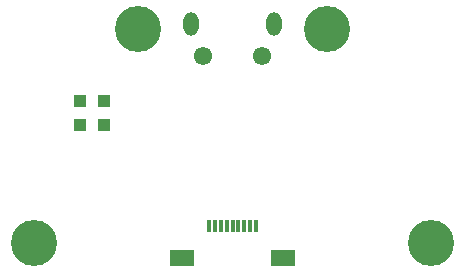
<source format=gbr>
G04 #@! TF.GenerationSoftware,KiCad,Pcbnew,(5.1.5-0-10_14)*
G04 #@! TF.CreationDate,2020-08-22T00:12:21-07:00*
G04 #@! TF.ProjectId,Sense_board,57726973-745f-4536-956e-73655f626f61,rev?*
G04 #@! TF.SameCoordinates,Original*
G04 #@! TF.FileFunction,Soldermask,Bot*
G04 #@! TF.FilePolarity,Negative*
%FSLAX46Y46*%
G04 Gerber Fmt 4.6, Leading zero omitted, Abs format (unit mm)*
G04 Created by KiCad (PCBNEW (5.1.5-0-10_14)) date 2020-08-22 00:12:21*
%MOMM*%
%LPD*%
G04 APERTURE LIST*
%ADD10C,1.551600*%
%ADD11O,1.301600X2.001600*%
%ADD12C,3.901600*%
%ADD13R,0.401600X1.101600*%
%ADD14R,2.101600X1.401600*%
%ADD15R,1.101600X1.101600*%
G04 APERTURE END LIST*
D10*
X121500000Y-46462500D03*
X116500000Y-46462500D03*
D11*
X122500000Y-43762500D03*
X115500000Y-43762500D03*
D12*
X111000000Y-44200000D03*
X135800000Y-62300000D03*
X127000000Y-44200000D03*
X102200000Y-62300000D03*
D13*
X121000000Y-60900000D03*
X120500000Y-60900000D03*
X120000000Y-60900000D03*
X119500000Y-60900000D03*
X119000000Y-60900000D03*
X118500000Y-60900000D03*
X118000000Y-60900000D03*
X117500000Y-60900000D03*
X117000000Y-60900000D03*
D14*
X123300000Y-63600000D03*
X114700000Y-63600000D03*
D15*
X106100000Y-52300000D03*
X106100000Y-50300000D03*
X108100000Y-52300000D03*
X108100000Y-50300000D03*
M02*

</source>
